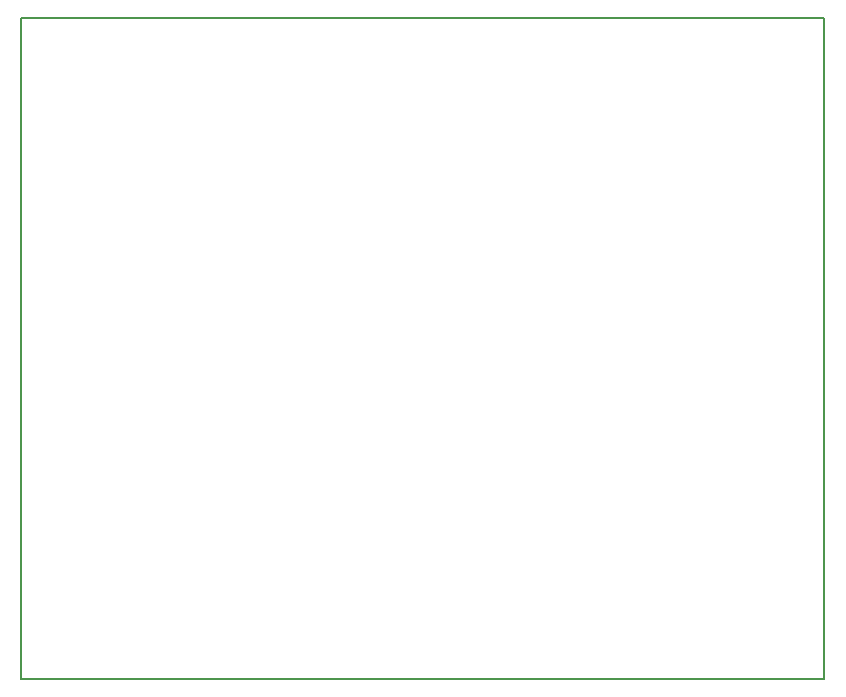
<source format=gbr>
G04 #@! TF.FileFunction,Other,User*
%FSLAX46Y46*%
G04 Gerber Fmt 4.6, Leading zero omitted, Abs format (unit mm)*
G04 Created by KiCad (PCBNEW 4.0.2-stable) date 10/6/2017 5:38:16 PM*
%MOMM*%
G01*
G04 APERTURE LIST*
%ADD10C,0.100000*%
%ADD11C,0.200000*%
G04 APERTURE END LIST*
D10*
D11*
X149000000Y-152000000D02*
X217000000Y-152000000D01*
X149000000Y-208000000D02*
X149000000Y-152000000D01*
X217000000Y-208000000D02*
X149000000Y-208000000D01*
X217000000Y-152000000D02*
X217000000Y-208000000D01*
M02*

</source>
